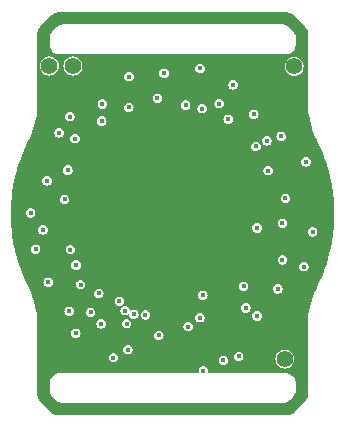
<source format=gbr>
%TF.GenerationSoftware,KiCad,Pcbnew,7.0.9*%
%TF.CreationDate,2023-11-22T13:55:21-05:00*%
%TF.ProjectId,watch,77617463-682e-46b6-9963-61645f706362,rev?*%
%TF.SameCoordinates,Original*%
%TF.FileFunction,Copper,L5,Inr*%
%TF.FilePolarity,Positive*%
%FSLAX45Y45*%
G04 Gerber Fmt 4.5, Leading zero omitted, Abs format (unit mm)*
G04 Created by KiCad (PCBNEW 7.0.9) date 2023-11-22 13:55:21*
%MOMM*%
%LPD*%
G01*
G04 APERTURE LIST*
%TA.AperFunction,ComponentPad*%
%ADD10C,1.400000*%
%TD*%
%TA.AperFunction,ViaPad*%
%ADD11C,0.450000*%
%TD*%
G04 APERTURE END LIST*
D10*
%TO.N,GND*%
%TO.C,TP2*%
X750000Y-1230000D03*
%TO.N,Net-(R13-Pad2)*%
X950000Y-1230000D03*
%TD*%
%TO.N,GND*%
%TO.C,TP4*%
X829000Y1247000D03*
%TO.N,VDD*%
X1029000Y1247000D03*
%TD*%
%TO.N,/SWCLK*%
%TO.C,TP3*%
X-1044000Y1251000D03*
%TO.N,/SWDIO*%
X-844000Y1251000D03*
%TD*%
D11*
%TO.N,GND*%
X-690000Y-597500D03*
X-40000Y-867500D03*
X707500Y-525000D03*
X845000Y-212500D03*
%TO.N,/LED9*%
X600000Y-612500D03*
X255000Y-690000D03*
%TO.N,VDD*%
X230000Y-880000D03*
X470000Y800000D03*
%TO.N,GND*%
X362500Y-797500D03*
%TO.N,/LED6*%
X250000Y890000D03*
X-866000Y-303000D03*
%TO.N,/LED10*%
X810000Y365000D03*
X930000Y-80000D03*
%TO.N,Net-(D51-K)*%
X705000Y570000D03*
X-1097000Y-136000D03*
X955000Y130000D03*
X132500Y-955000D03*
X-128478Y978478D03*
%TO.N,Net-(D53-K)*%
X-600000Y785000D03*
X-780000Y-600000D03*
X620000Y-797500D03*
X797107Y617107D03*
%TO.N,Net-(D55-K)*%
X-887500Y370000D03*
X395000Y932500D03*
X-390000Y-930000D03*
X930000Y-390000D03*
%TO.N,/LED15*%
X-625000Y-675000D03*
X-450000Y-740000D03*
%TO.N,/LED1*%
X-605000Y-932500D03*
X-72500Y1190000D03*
X715000Y-865000D03*
X1129677Y440000D03*
X-1063000Y280000D03*
%TO.N,/LED2*%
X920000Y655000D03*
X890000Y-635000D03*
X-380000Y-1150000D03*
X-1202500Y7500D03*
X-370000Y1160826D03*
%TO.N,/LED3*%
X687500Y842500D03*
X-1160000Y-300000D03*
X-595000Y930000D03*
X-821000Y-1012000D03*
X1110000Y-447500D03*
X-402290Y-820000D03*
%TO.N,/LED4*%
X1185000Y-152500D03*
X430000Y-1240000D03*
X512500Y1092500D03*
X-1054143Y-580000D03*
X-870000Y822500D03*
%TO.N,/LED5*%
X-695000Y-835000D03*
X-875000Y-825000D03*
X-117500Y-1030000D03*
X232500Y1230000D03*
X-818000Y-434000D03*
X-960000Y685000D03*
%TO.N,/LED13*%
X-915000Y122000D03*
X110000Y920000D03*
%TO.N,Net-(D21-A)*%
X-501000Y-1218000D03*
X559000Y-1208000D03*
%TO.N,+BATT*%
X715000Y-120000D03*
X-329000Y-852000D03*
X260000Y-1330000D03*
X-230000Y-855000D03*
%TO.N,/SWDIO*%
X-372000Y900000D03*
%TO.N,/SWCLK*%
X-826000Y636000D03*
%TD*%
%TA.AperFunction,Conductor*%
%TO.N,GND*%
G36*
X970780Y1704950D02*
G01*
X975782Y1704950D01*
X975995Y1704939D01*
X989109Y1703648D01*
X989944Y1703482D01*
X1002247Y1699750D01*
X1003034Y1699424D01*
X1014371Y1693363D01*
X1015080Y1692890D01*
X1025279Y1684519D01*
X1025437Y1684375D01*
X1028831Y1680981D01*
X1028835Y1680978D01*
X1124385Y1585427D01*
X1124529Y1585269D01*
X1132887Y1575083D01*
X1133360Y1574374D01*
X1139420Y1563035D01*
X1139746Y1562248D01*
X1143478Y1549945D01*
X1143644Y1549109D01*
X1144939Y1535954D01*
X1144950Y1535741D01*
X1144950Y1530984D01*
X1144950Y1530982D01*
X1144950Y885502D01*
X1144950Y877946D01*
X1144950Y877945D01*
X1144950Y877945D01*
X1146755Y857910D01*
X1146806Y857343D01*
X1150503Y836992D01*
X1151678Y832740D01*
X1151678Y832739D01*
X1192101Y686428D01*
X1192103Y686421D01*
X1193561Y681140D01*
X1193561Y681140D01*
X1196697Y672344D01*
X1199194Y665338D01*
X1205963Y649988D01*
X1209335Y643640D01*
X1209618Y643109D01*
X1209896Y642585D01*
X1241285Y579631D01*
X1241332Y579529D01*
X1269420Y515103D01*
X1269462Y515000D01*
X1294205Y449214D01*
X1294241Y449108D01*
X1315572Y382137D01*
X1315603Y382031D01*
X1320078Y365000D01*
X1333465Y314055D01*
X1333490Y313947D01*
X1347837Y245142D01*
X1347857Y245033D01*
X1358650Y175581D01*
X1358664Y175470D01*
X1365876Y105557D01*
X1365884Y105445D01*
X1369495Y35253D01*
X1369498Y35142D01*
X1369498Y-35142D01*
X1369495Y-35253D01*
X1365884Y-105445D01*
X1365876Y-105557D01*
X1358664Y-175470D01*
X1358650Y-175581D01*
X1347857Y-245033D01*
X1347837Y-245142D01*
X1333490Y-313947D01*
X1333465Y-314055D01*
X1325608Y-343954D01*
X1316835Y-377344D01*
X1315603Y-382030D01*
X1315572Y-382137D01*
X1294241Y-449108D01*
X1294205Y-449214D01*
X1269462Y-515000D01*
X1269420Y-515103D01*
X1241332Y-579529D01*
X1241285Y-579631D01*
X1209897Y-642582D01*
X1205963Y-649988D01*
X1205963Y-649989D01*
X1205319Y-651450D01*
X1199195Y-665337D01*
X1199194Y-665338D01*
X1194914Y-677344D01*
X1193561Y-681139D01*
X1193561Y-681139D01*
X1192129Y-686323D01*
X1191761Y-687656D01*
X1191491Y-688636D01*
X1191186Y-689738D01*
X1189983Y-694093D01*
X1189982Y-694095D01*
X1154573Y-822262D01*
X1154571Y-822266D01*
X1153728Y-825320D01*
X1153726Y-825322D01*
X1150503Y-836993D01*
X1150503Y-836994D01*
X1150130Y-839046D01*
X1147571Y-853133D01*
X1146806Y-857344D01*
X1144977Y-877656D01*
X1144951Y-877945D01*
X1144950Y-882317D01*
X1144950Y-882321D01*
X1144950Y-888286D01*
X1144950Y-893395D01*
X1144950Y-893396D01*
X1144950Y-1530982D01*
X1144950Y-1530984D01*
X1144950Y-1535782D01*
X1144939Y-1535995D01*
X1143648Y-1549109D01*
X1143482Y-1549944D01*
X1139750Y-1562247D01*
X1139424Y-1563034D01*
X1133363Y-1574371D01*
X1132890Y-1575080D01*
X1124519Y-1585279D01*
X1124376Y-1585437D01*
X1120981Y-1588831D01*
X1120978Y-1588835D01*
X1025427Y-1684385D01*
X1025269Y-1684528D01*
X1015083Y-1692887D01*
X1014374Y-1693360D01*
X1003035Y-1699420D01*
X1002248Y-1699746D01*
X989945Y-1703478D01*
X989109Y-1703644D01*
X975954Y-1704939D01*
X975741Y-1704950D01*
X970780Y-1704950D01*
X970779Y-1704950D01*
X-975781Y-1704950D01*
X-975994Y-1704939D01*
X-989109Y-1703648D01*
X-989944Y-1703482D01*
X-1002247Y-1699750D01*
X-1003034Y-1699424D01*
X-1014373Y-1693363D01*
X-1015081Y-1692890D01*
X-1025268Y-1684529D01*
X-1025426Y-1684386D01*
X-1028716Y-1681097D01*
X-1121097Y-1588716D01*
X-1124385Y-1585427D01*
X-1124528Y-1585269D01*
X-1132890Y-1575081D01*
X-1133363Y-1574373D01*
X-1139424Y-1563034D01*
X-1139750Y-1562247D01*
X-1143482Y-1549944D01*
X-1143648Y-1549109D01*
X-1144940Y-1535994D01*
X-1144950Y-1535781D01*
X-1144950Y-1495589D01*
X-1042550Y-1495589D01*
X-1040579Y-1508034D01*
X-1036685Y-1520018D01*
X-1030965Y-1531245D01*
X-1023559Y-1541438D01*
X-1023076Y-1541921D01*
X-1023076Y-1541921D01*
X-983924Y-1581073D01*
X-983924Y-1581073D01*
X-981438Y-1583559D01*
X-971245Y-1590965D01*
X-960018Y-1596685D01*
X-948034Y-1600579D01*
X-935589Y-1602550D01*
X-935589Y-1602550D01*
X932177Y-1602550D01*
X932186Y-1602549D01*
X935589Y-1602550D01*
X948034Y-1600579D01*
X960017Y-1596685D01*
X971244Y-1590965D01*
X981438Y-1583559D01*
X981921Y-1583076D01*
X981921Y-1583076D01*
X987384Y-1577613D01*
X989259Y-1575739D01*
X989259Y-1575738D01*
X989615Y-1575382D01*
X989616Y-1575381D01*
X1015381Y-1549616D01*
X1015381Y-1549616D01*
X1015738Y-1549259D01*
X1015739Y-1549259D01*
X1017957Y-1547040D01*
X1017958Y-1547039D01*
X1019104Y-1545893D01*
X1023559Y-1541438D01*
X1029515Y-1533241D01*
X1030965Y-1531245D01*
X1030965Y-1531245D01*
X1030965Y-1531245D01*
X1036686Y-1520018D01*
X1040579Y-1508034D01*
X1042550Y-1495589D01*
X1042550Y-1489289D01*
X1042550Y-1484529D01*
X1042550Y-1429716D01*
X1042550Y-1424616D01*
X1042550Y-1424616D01*
X1042550Y-1424615D01*
X1039474Y-1409151D01*
X1039474Y-1409150D01*
X1039474Y-1409150D01*
X1033439Y-1394582D01*
X1024679Y-1381471D01*
X1013529Y-1370321D01*
X1004748Y-1364454D01*
X1000418Y-1361561D01*
X990116Y-1357294D01*
X985850Y-1355526D01*
X985849Y-1355526D01*
X985849Y-1355526D01*
X985849Y-1355526D01*
X970384Y-1352450D01*
X970384Y-1352450D01*
X968117Y-1352450D01*
X301050Y-1352450D01*
X297977Y-1351177D01*
X296705Y-1348105D01*
X297178Y-1346133D01*
X298950Y-1342656D01*
X300954Y-1330000D01*
X298950Y-1317345D01*
X298950Y-1317344D01*
X293133Y-1305928D01*
X284072Y-1296867D01*
X272656Y-1291050D01*
X260000Y-1289046D01*
X260000Y-1289046D01*
X247344Y-1291050D01*
X247344Y-1291050D01*
X235928Y-1296867D01*
X226867Y-1305928D01*
X221050Y-1317344D01*
X221050Y-1317344D01*
X219046Y-1330000D01*
X219046Y-1330000D01*
X221050Y-1342655D01*
X221050Y-1342656D01*
X222822Y-1346132D01*
X223083Y-1349448D01*
X220923Y-1351976D01*
X218950Y-1352450D01*
X-970384Y-1352450D01*
X-985849Y-1355526D01*
X-985849Y-1355526D01*
X-985849Y-1355526D01*
X-985850Y-1355526D01*
X-1000418Y-1361561D01*
X-1013529Y-1370321D01*
X-1024679Y-1381471D01*
X-1033439Y-1394582D01*
X-1039474Y-1409150D01*
X-1040908Y-1416360D01*
X-1042550Y-1424615D01*
X-1042550Y-1424615D01*
X-1042550Y-1424616D01*
X-1042550Y-1426883D01*
X-1042550Y-1484530D01*
X-1042550Y-1489289D01*
X-1042550Y-1495589D01*
X-1144950Y-1495589D01*
X-1144950Y-1218000D01*
X-541954Y-1218000D01*
X-539950Y-1230656D01*
X-534133Y-1242072D01*
X-525072Y-1251133D01*
X-513655Y-1256950D01*
X-503004Y-1258637D01*
X-501000Y-1258954D01*
X-501000Y-1258954D01*
X-501000Y-1258954D01*
X-498995Y-1258637D01*
X-488344Y-1256950D01*
X-488344Y-1256950D01*
X-476928Y-1251133D01*
X-467867Y-1242072D01*
X-466811Y-1240000D01*
X389046Y-1240000D01*
X391050Y-1252656D01*
X391050Y-1252656D01*
X396867Y-1264072D01*
X405928Y-1273133D01*
X417344Y-1278950D01*
X417344Y-1278950D01*
X427618Y-1280577D01*
X430000Y-1280954D01*
X430000Y-1280954D01*
X430000Y-1280954D01*
X431730Y-1280680D01*
X442655Y-1278950D01*
X454072Y-1273133D01*
X463133Y-1264072D01*
X468950Y-1252656D01*
X470954Y-1240000D01*
X468950Y-1227345D01*
X464188Y-1218000D01*
X463133Y-1215928D01*
X455205Y-1208000D01*
X518046Y-1208000D01*
X520050Y-1220656D01*
X520050Y-1220656D01*
X525867Y-1232072D01*
X534928Y-1241133D01*
X536772Y-1242072D01*
X546345Y-1246950D01*
X556618Y-1248577D01*
X559000Y-1248954D01*
X559000Y-1248954D01*
X559000Y-1248954D01*
X560730Y-1248680D01*
X571656Y-1246950D01*
X583072Y-1241133D01*
X592133Y-1232072D01*
X593189Y-1230000D01*
X869282Y-1230000D01*
X871306Y-1247961D01*
X877276Y-1265022D01*
X886027Y-1278950D01*
X886892Y-1280327D01*
X899673Y-1293108D01*
X914978Y-1302724D01*
X932039Y-1308694D01*
X932038Y-1308694D01*
X935342Y-1309066D01*
X950000Y-1310718D01*
X967961Y-1308694D01*
X985022Y-1302724D01*
X1000326Y-1293108D01*
X1013107Y-1280327D01*
X1022724Y-1265022D01*
X1028694Y-1247961D01*
X1030717Y-1230000D01*
X1028694Y-1212039D01*
X1022724Y-1194978D01*
X1013107Y-1179674D01*
X1000326Y-1166893D01*
X1000326Y-1166892D01*
X1000326Y-1166892D01*
X985022Y-1157276D01*
X967961Y-1151306D01*
X967961Y-1151306D01*
X950000Y-1149283D01*
X932039Y-1151306D01*
X914978Y-1157276D01*
X899674Y-1166892D01*
X886892Y-1179674D01*
X877276Y-1194978D01*
X871306Y-1212039D01*
X869282Y-1230000D01*
X593189Y-1230000D01*
X597950Y-1220656D01*
X599954Y-1208000D01*
X597950Y-1195345D01*
X597763Y-1194978D01*
X592133Y-1183928D01*
X583072Y-1174867D01*
X571656Y-1169050D01*
X559000Y-1167046D01*
X559000Y-1167046D01*
X546344Y-1169050D01*
X546344Y-1169050D01*
X534928Y-1174867D01*
X525867Y-1183928D01*
X520050Y-1195344D01*
X520050Y-1195344D01*
X518046Y-1208000D01*
X518046Y-1208000D01*
X455205Y-1208000D01*
X454072Y-1206867D01*
X442656Y-1201050D01*
X430000Y-1199046D01*
X430000Y-1199046D01*
X417344Y-1201050D01*
X417344Y-1201050D01*
X405928Y-1206867D01*
X396867Y-1215928D01*
X391050Y-1227344D01*
X391050Y-1227344D01*
X389046Y-1240000D01*
X389046Y-1240000D01*
X-466811Y-1240000D01*
X-462050Y-1230656D01*
X-462050Y-1230656D01*
X-460046Y-1218000D01*
X-460046Y-1218000D01*
X-462050Y-1205344D01*
X-462050Y-1205344D01*
X-467867Y-1193928D01*
X-476928Y-1184867D01*
X-488344Y-1179050D01*
X-501000Y-1177046D01*
X-501000Y-1177046D01*
X-513655Y-1179050D01*
X-513656Y-1179050D01*
X-525072Y-1184867D01*
X-534133Y-1193928D01*
X-537762Y-1201050D01*
X-539950Y-1205345D01*
X-541954Y-1218000D01*
X-1144950Y-1218000D01*
X-1144950Y-1150000D01*
X-420954Y-1150000D01*
X-418950Y-1162656D01*
X-413133Y-1174072D01*
X-404072Y-1183133D01*
X-392655Y-1188950D01*
X-382004Y-1190637D01*
X-380000Y-1190954D01*
X-380000Y-1190954D01*
X-380000Y-1190954D01*
X-377995Y-1190637D01*
X-367344Y-1188950D01*
X-367344Y-1188950D01*
X-355928Y-1183133D01*
X-346867Y-1174072D01*
X-341050Y-1162656D01*
X-341050Y-1162656D01*
X-339046Y-1150000D01*
X-339046Y-1150000D01*
X-341050Y-1137344D01*
X-341050Y-1137344D01*
X-346867Y-1125928D01*
X-355928Y-1116867D01*
X-367344Y-1111050D01*
X-380000Y-1109046D01*
X-380000Y-1109046D01*
X-392655Y-1111050D01*
X-392656Y-1111050D01*
X-404072Y-1116867D01*
X-404072Y-1116867D01*
X-413133Y-1125928D01*
X-418950Y-1137345D01*
X-420954Y-1150000D01*
X-1144950Y-1150000D01*
X-1144950Y-1012000D01*
X-861954Y-1012000D01*
X-859950Y-1024655D01*
X-854133Y-1036072D01*
X-845072Y-1045133D01*
X-833655Y-1050950D01*
X-823004Y-1052637D01*
X-821000Y-1052954D01*
X-821000Y-1052954D01*
X-821000Y-1052954D01*
X-818995Y-1052637D01*
X-808344Y-1050950D01*
X-808344Y-1050950D01*
X-796928Y-1045133D01*
X-787867Y-1036072D01*
X-784773Y-1030000D01*
X-158454Y-1030000D01*
X-156450Y-1042655D01*
X-150633Y-1054072D01*
X-141572Y-1063133D01*
X-130155Y-1068950D01*
X-119504Y-1070637D01*
X-117500Y-1070954D01*
X-117500Y-1070954D01*
X-117500Y-1070954D01*
X-115495Y-1070637D01*
X-104844Y-1068950D01*
X-104844Y-1068950D01*
X-93428Y-1063133D01*
X-84367Y-1054072D01*
X-78550Y-1042656D01*
X-78550Y-1042655D01*
X-76546Y-1030000D01*
X-76546Y-1030000D01*
X-78550Y-1017344D01*
X-78550Y-1017344D01*
X-84367Y-1005928D01*
X-93428Y-996867D01*
X-104844Y-991050D01*
X-117500Y-989046D01*
X-117500Y-989046D01*
X-130155Y-991050D01*
X-130156Y-991050D01*
X-141572Y-996867D01*
X-141572Y-996867D01*
X-150633Y-1005928D01*
X-156450Y-1017344D01*
X-158454Y-1030000D01*
X-784773Y-1030000D01*
X-782050Y-1024656D01*
X-782050Y-1024655D01*
X-780046Y-1012000D01*
X-780046Y-1012000D01*
X-782050Y-999344D01*
X-782050Y-999344D01*
X-787867Y-987928D01*
X-796928Y-978867D01*
X-808344Y-973050D01*
X-821000Y-971046D01*
X-821000Y-971046D01*
X-833655Y-973050D01*
X-833656Y-973050D01*
X-845072Y-978867D01*
X-854133Y-987928D01*
X-859950Y-999344D01*
X-859950Y-999344D01*
X-861954Y-1012000D01*
X-1144950Y-1012000D01*
X-1144950Y-932500D01*
X-645954Y-932500D01*
X-643950Y-945155D01*
X-638133Y-956572D01*
X-629072Y-965633D01*
X-617656Y-971450D01*
X-607551Y-973050D01*
X-605000Y-973454D01*
X-605000Y-973454D01*
X-605000Y-973454D01*
X-602449Y-973050D01*
X-592345Y-971450D01*
X-592344Y-971450D01*
X-580928Y-965633D01*
X-571867Y-956572D01*
X-566050Y-945156D01*
X-566050Y-945155D01*
X-564046Y-932500D01*
X-564046Y-932500D01*
X-564442Y-930000D01*
X-430954Y-930000D01*
X-428950Y-942655D01*
X-423133Y-954072D01*
X-414072Y-963133D01*
X-402655Y-968950D01*
X-392004Y-970637D01*
X-390000Y-970954D01*
X-390000Y-970954D01*
X-390000Y-970954D01*
X-387995Y-970637D01*
X-377344Y-968950D01*
X-377344Y-968950D01*
X-365928Y-963133D01*
X-357795Y-955000D01*
X91546Y-955000D01*
X93550Y-967655D01*
X93550Y-967656D01*
X99367Y-979072D01*
X108428Y-988133D01*
X119844Y-993950D01*
X119844Y-993950D01*
X130118Y-995577D01*
X132500Y-995954D01*
X132500Y-995954D01*
X132500Y-995954D01*
X134230Y-995680D01*
X145156Y-993950D01*
X156572Y-988133D01*
X165633Y-979072D01*
X171450Y-967655D01*
X173454Y-955000D01*
X171450Y-942344D01*
X171450Y-942344D01*
X165633Y-930928D01*
X156572Y-921867D01*
X145156Y-916050D01*
X132500Y-914046D01*
X132500Y-914046D01*
X119844Y-916050D01*
X119844Y-916050D01*
X108428Y-921867D01*
X99367Y-930928D01*
X93550Y-942344D01*
X93550Y-942344D01*
X91546Y-955000D01*
X91546Y-955000D01*
X-357795Y-955000D01*
X-356867Y-954072D01*
X-351050Y-942656D01*
X-351050Y-942655D01*
X-349046Y-930000D01*
X-349046Y-930000D01*
X-351050Y-917344D01*
X-351050Y-917344D01*
X-356867Y-905928D01*
X-365928Y-896867D01*
X-377344Y-891050D01*
X-390000Y-889046D01*
X-390000Y-889046D01*
X-402655Y-891050D01*
X-402656Y-891050D01*
X-414072Y-896867D01*
X-423133Y-905928D01*
X-424406Y-908428D01*
X-428950Y-917344D01*
X-430954Y-930000D01*
X-564442Y-930000D01*
X-566050Y-919844D01*
X-566050Y-919844D01*
X-571867Y-908428D01*
X-580928Y-899367D01*
X-592344Y-893550D01*
X-605000Y-891546D01*
X-605000Y-891546D01*
X-617656Y-893550D01*
X-617656Y-893550D01*
X-629072Y-899367D01*
X-638133Y-908428D01*
X-640995Y-914046D01*
X-643950Y-919844D01*
X-645954Y-932500D01*
X-1144950Y-932500D01*
X-1144950Y-885407D01*
X-1144950Y-885405D01*
X-1144950Y-877945D01*
X-1144977Y-877656D01*
X-1146755Y-857909D01*
X-1146807Y-857343D01*
X-1150503Y-836993D01*
X-1151698Y-832669D01*
X-1151698Y-832667D01*
X-1153266Y-826993D01*
X-1153266Y-826991D01*
X-1153816Y-825000D01*
X-915954Y-825000D01*
X-913950Y-837655D01*
X-908133Y-849072D01*
X-899072Y-858133D01*
X-887655Y-863950D01*
X-877004Y-865637D01*
X-875000Y-865954D01*
X-875000Y-865954D01*
X-875000Y-865954D01*
X-872995Y-865637D01*
X-862344Y-863950D01*
X-862344Y-863950D01*
X-850928Y-858133D01*
X-841867Y-849072D01*
X-836050Y-837656D01*
X-836050Y-837655D01*
X-835630Y-835000D01*
X-735954Y-835000D01*
X-733950Y-847655D01*
X-728133Y-859072D01*
X-719072Y-868133D01*
X-707655Y-873950D01*
X-697005Y-875637D01*
X-695000Y-875954D01*
X-695000Y-875954D01*
X-695000Y-875954D01*
X-692996Y-875637D01*
X-682345Y-873950D01*
X-682344Y-873950D01*
X-670928Y-868133D01*
X-661867Y-859072D01*
X-656050Y-847656D01*
X-656050Y-847655D01*
X-654046Y-835000D01*
X-654046Y-835000D01*
X-656050Y-822344D01*
X-656050Y-822344D01*
X-657245Y-820000D01*
X-443244Y-820000D01*
X-441240Y-832655D01*
X-435422Y-844072D01*
X-426362Y-853133D01*
X-414945Y-858950D01*
X-404294Y-860637D01*
X-402290Y-860954D01*
X-402290Y-860954D01*
X-402290Y-860954D01*
X-400285Y-860637D01*
X-389634Y-858950D01*
X-389634Y-858950D01*
X-378218Y-853133D01*
X-376959Y-851874D01*
X-373887Y-850601D01*
X-370814Y-851874D01*
X-369595Y-854266D01*
X-367950Y-864655D01*
X-362133Y-876072D01*
X-353072Y-885133D01*
X-341656Y-890950D01*
X-331005Y-892637D01*
X-329000Y-892954D01*
X-329000Y-892954D01*
X-329000Y-892954D01*
X-326996Y-892637D01*
X-316345Y-890950D01*
X-316344Y-890950D01*
X-304928Y-885133D01*
X-295867Y-876072D01*
X-290050Y-864656D01*
X-290050Y-864655D01*
X-288521Y-855000D01*
X-270954Y-855000D01*
X-268950Y-867655D01*
X-263133Y-879072D01*
X-254072Y-888133D01*
X-242655Y-893950D01*
X-232004Y-895637D01*
X-230000Y-895954D01*
X-230000Y-895954D01*
X-230000Y-895954D01*
X-227995Y-895637D01*
X-217344Y-893950D01*
X-217344Y-893950D01*
X-205928Y-888133D01*
X-197795Y-880000D01*
X189046Y-880000D01*
X191050Y-892655D01*
X191050Y-892656D01*
X196867Y-904072D01*
X205928Y-913133D01*
X214194Y-917344D01*
X217344Y-918950D01*
X227618Y-920577D01*
X230000Y-920954D01*
X230000Y-920954D01*
X230000Y-920954D01*
X231730Y-920680D01*
X242655Y-918950D01*
X254072Y-913133D01*
X263133Y-904072D01*
X268950Y-892655D01*
X270954Y-880000D01*
X268950Y-867344D01*
X267755Y-865000D01*
X674046Y-865000D01*
X676050Y-877655D01*
X676050Y-877656D01*
X681867Y-889072D01*
X690928Y-898133D01*
X702344Y-903950D01*
X702344Y-903950D01*
X712618Y-905577D01*
X715000Y-905954D01*
X715000Y-905954D01*
X715000Y-905954D01*
X716730Y-905680D01*
X727655Y-903950D01*
X739072Y-898133D01*
X748133Y-889072D01*
X753950Y-877655D01*
X755954Y-865000D01*
X755900Y-864655D01*
X755313Y-860954D01*
X753950Y-852344D01*
X749735Y-844072D01*
X748133Y-840928D01*
X739072Y-831867D01*
X727656Y-826050D01*
X715000Y-824046D01*
X715000Y-824046D01*
X702344Y-826050D01*
X702344Y-826050D01*
X690928Y-831867D01*
X681867Y-840928D01*
X676050Y-852344D01*
X676050Y-852344D01*
X674046Y-865000D01*
X674046Y-865000D01*
X267755Y-865000D01*
X267220Y-863950D01*
X263133Y-855928D01*
X254072Y-846867D01*
X242656Y-841050D01*
X230000Y-839046D01*
X230000Y-839046D01*
X217344Y-841050D01*
X217344Y-841050D01*
X205928Y-846867D01*
X196867Y-855928D01*
X191050Y-867344D01*
X191050Y-867344D01*
X189046Y-880000D01*
X189046Y-880000D01*
X-197795Y-880000D01*
X-196867Y-879072D01*
X-191050Y-867656D01*
X-191050Y-867655D01*
X-189046Y-855000D01*
X-189046Y-855000D01*
X-191050Y-842344D01*
X-191050Y-842344D01*
X-196867Y-830928D01*
X-205928Y-821867D01*
X-217344Y-816050D01*
X-230000Y-814046D01*
X-230000Y-814046D01*
X-242655Y-816050D01*
X-242656Y-816050D01*
X-254072Y-821867D01*
X-263133Y-830928D01*
X-268290Y-841050D01*
X-268950Y-842344D01*
X-270954Y-855000D01*
X-288521Y-855000D01*
X-288046Y-852000D01*
X-288046Y-852000D01*
X-290050Y-839344D01*
X-290050Y-839344D01*
X-295867Y-827928D01*
X-304928Y-818867D01*
X-316344Y-813050D01*
X-329000Y-811046D01*
X-329000Y-811046D01*
X-341656Y-813050D01*
X-341656Y-813050D01*
X-353072Y-818867D01*
X-354331Y-820126D01*
X-357403Y-821398D01*
X-360476Y-820126D01*
X-361695Y-817733D01*
X-363340Y-807344D01*
X-363340Y-807344D01*
X-368356Y-797500D01*
X579046Y-797500D01*
X581050Y-810155D01*
X581050Y-810156D01*
X586867Y-821572D01*
X595928Y-830633D01*
X599924Y-832669D01*
X607345Y-836450D01*
X617618Y-838077D01*
X620000Y-838454D01*
X620000Y-838454D01*
X620000Y-838454D01*
X621730Y-838180D01*
X632656Y-836450D01*
X644072Y-830633D01*
X653133Y-821572D01*
X658950Y-810155D01*
X660954Y-797500D01*
X658950Y-784844D01*
X653133Y-773428D01*
X644072Y-764367D01*
X644072Y-764367D01*
X632656Y-758550D01*
X620000Y-756546D01*
X620000Y-756546D01*
X607344Y-758550D01*
X607344Y-758550D01*
X595928Y-764367D01*
X586867Y-773428D01*
X581050Y-784844D01*
X581050Y-784844D01*
X579046Y-797500D01*
X579046Y-797500D01*
X-368356Y-797500D01*
X-369157Y-795928D01*
X-378218Y-786867D01*
X-389634Y-781050D01*
X-402290Y-779046D01*
X-402290Y-779046D01*
X-414945Y-781050D01*
X-414945Y-781050D01*
X-426362Y-786867D01*
X-435423Y-795928D01*
X-437970Y-800928D01*
X-441240Y-807344D01*
X-443244Y-820000D01*
X-657245Y-820000D01*
X-661867Y-810928D01*
X-670928Y-801867D01*
X-682344Y-796050D01*
X-695000Y-794046D01*
X-695000Y-794046D01*
X-707655Y-796050D01*
X-707656Y-796050D01*
X-719072Y-801867D01*
X-719072Y-801867D01*
X-728133Y-810928D01*
X-733950Y-822344D01*
X-735954Y-835000D01*
X-835630Y-835000D01*
X-834046Y-825000D01*
X-834046Y-825000D01*
X-836050Y-812344D01*
X-836050Y-812344D01*
X-841867Y-800928D01*
X-850928Y-791867D01*
X-862344Y-786050D01*
X-875000Y-784046D01*
X-875000Y-784046D01*
X-887655Y-786050D01*
X-887656Y-786050D01*
X-899072Y-791867D01*
X-908133Y-800928D01*
X-913288Y-811046D01*
X-913950Y-812344D01*
X-915954Y-825000D01*
X-1153816Y-825000D01*
X-1154102Y-823967D01*
X-1154525Y-822436D01*
X-1154525Y-822436D01*
X-1177300Y-740000D01*
X-490954Y-740000D01*
X-488950Y-752655D01*
X-483133Y-764072D01*
X-474072Y-773133D01*
X-462655Y-778950D01*
X-452004Y-780637D01*
X-450000Y-780954D01*
X-450000Y-780954D01*
X-450000Y-780954D01*
X-447995Y-780637D01*
X-437344Y-778950D01*
X-437344Y-778950D01*
X-425928Y-773133D01*
X-416867Y-764072D01*
X-411050Y-752656D01*
X-411050Y-752655D01*
X-409046Y-740000D01*
X-409046Y-740000D01*
X-411050Y-727344D01*
X-411050Y-727344D01*
X-416867Y-715928D01*
X-425928Y-706867D01*
X-437344Y-701050D01*
X-450000Y-699046D01*
X-450000Y-699046D01*
X-462655Y-701050D01*
X-462656Y-701050D01*
X-474072Y-706867D01*
X-483133Y-715928D01*
X-486804Y-723133D01*
X-488950Y-727344D01*
X-490954Y-740000D01*
X-1177300Y-740000D01*
X-1181960Y-723133D01*
X-1190003Y-694020D01*
X-1190004Y-694018D01*
X-1191328Y-689225D01*
X-1191490Y-688636D01*
X-1191531Y-688489D01*
X-1193347Y-681913D01*
X-1193561Y-681140D01*
X-1193561Y-681140D01*
X-1193561Y-681139D01*
X-1195750Y-675000D01*
X-665954Y-675000D01*
X-663950Y-687656D01*
X-658133Y-699072D01*
X-649072Y-708133D01*
X-637656Y-713950D01*
X-627005Y-715637D01*
X-625000Y-715954D01*
X-625000Y-715954D01*
X-625000Y-715954D01*
X-622996Y-715637D01*
X-612345Y-713950D01*
X-612344Y-713950D01*
X-600928Y-708133D01*
X-591867Y-699072D01*
X-587245Y-690000D01*
X214046Y-690000D01*
X216050Y-702655D01*
X216050Y-702656D01*
X221867Y-714072D01*
X230928Y-723133D01*
X239194Y-727344D01*
X242344Y-728950D01*
X252618Y-730577D01*
X255000Y-730954D01*
X255000Y-730954D01*
X255000Y-730954D01*
X256730Y-730680D01*
X267656Y-728950D01*
X279072Y-723133D01*
X288133Y-714072D01*
X293950Y-702655D01*
X295954Y-690000D01*
X293950Y-677345D01*
X292220Y-673950D01*
X288133Y-665928D01*
X279072Y-656867D01*
X267656Y-651050D01*
X255000Y-649046D01*
X255000Y-649046D01*
X242344Y-651050D01*
X242344Y-651050D01*
X230928Y-656867D01*
X221867Y-665928D01*
X216050Y-677344D01*
X216050Y-677344D01*
X214046Y-690000D01*
X214046Y-690000D01*
X-587245Y-690000D01*
X-586050Y-687656D01*
X-586050Y-687656D01*
X-584046Y-675000D01*
X-584046Y-675000D01*
X-586050Y-662344D01*
X-586050Y-662344D01*
X-591867Y-650928D01*
X-600928Y-641867D01*
X-612344Y-636050D01*
X-625000Y-634046D01*
X-625000Y-634046D01*
X-637656Y-636050D01*
X-637656Y-636050D01*
X-649072Y-641867D01*
X-658133Y-650928D01*
X-661159Y-656867D01*
X-663950Y-662345D01*
X-665954Y-675000D01*
X-1195750Y-675000D01*
X-1199194Y-665338D01*
X-1199194Y-665338D01*
X-1199194Y-665337D01*
X-1199194Y-665337D01*
X-1199194Y-665337D01*
X-1202929Y-656867D01*
X-1205963Y-649989D01*
X-1208277Y-645633D01*
X-1209862Y-642649D01*
X-1209928Y-642513D01*
X-1209936Y-642495D01*
X-1209966Y-642445D01*
X-1241100Y-580000D01*
X-1095098Y-580000D01*
X-1093093Y-592656D01*
X-1087276Y-604072D01*
X-1078216Y-613133D01*
X-1066799Y-618950D01*
X-1056148Y-620637D01*
X-1054144Y-620954D01*
X-1054143Y-620954D01*
X-1054143Y-620954D01*
X-1052139Y-620637D01*
X-1041488Y-618950D01*
X-1041488Y-618950D01*
X-1030071Y-613133D01*
X-1021011Y-604072D01*
X-1018936Y-600000D01*
X-820954Y-600000D01*
X-818950Y-612656D01*
X-813133Y-624072D01*
X-804072Y-633133D01*
X-792655Y-638950D01*
X-782004Y-640637D01*
X-780000Y-640954D01*
X-780000Y-640954D01*
X-780000Y-640954D01*
X-777995Y-640637D01*
X-767344Y-638950D01*
X-767344Y-638950D01*
X-755928Y-633133D01*
X-746867Y-624072D01*
X-741050Y-612656D01*
X-741050Y-612656D01*
X-741026Y-612500D01*
X559046Y-612500D01*
X561050Y-625156D01*
X561050Y-625156D01*
X566867Y-636572D01*
X575928Y-645633D01*
X584478Y-649989D01*
X587345Y-651450D01*
X597618Y-653077D01*
X600000Y-653454D01*
X600000Y-653454D01*
X600000Y-653454D01*
X601730Y-653180D01*
X612656Y-651450D01*
X624072Y-645633D01*
X633133Y-636572D01*
X633934Y-635000D01*
X849046Y-635000D01*
X851050Y-647656D01*
X851050Y-647656D01*
X856867Y-659072D01*
X865928Y-668133D01*
X877344Y-673950D01*
X877344Y-673950D01*
X887618Y-675577D01*
X890000Y-675954D01*
X890000Y-675954D01*
X890000Y-675954D01*
X891730Y-675680D01*
X902655Y-673950D01*
X914072Y-668133D01*
X923133Y-659072D01*
X928950Y-647656D01*
X930954Y-635000D01*
X928950Y-622345D01*
X927220Y-618950D01*
X923133Y-610928D01*
X914072Y-601867D01*
X902656Y-596050D01*
X890000Y-594046D01*
X890000Y-594046D01*
X877344Y-596050D01*
X877344Y-596050D01*
X865928Y-601867D01*
X856867Y-610928D01*
X851050Y-622344D01*
X851050Y-622344D01*
X849046Y-635000D01*
X849046Y-635000D01*
X633934Y-635000D01*
X638950Y-625156D01*
X640954Y-612500D01*
X638950Y-599845D01*
X635995Y-594046D01*
X633133Y-588428D01*
X624072Y-579367D01*
X612656Y-573550D01*
X600000Y-571546D01*
X600000Y-571546D01*
X587344Y-573550D01*
X587344Y-573550D01*
X575928Y-579367D01*
X566867Y-588428D01*
X561050Y-599844D01*
X561050Y-599844D01*
X559046Y-612500D01*
X559046Y-612500D01*
X-741026Y-612500D01*
X-739046Y-600000D01*
X-739046Y-600000D01*
X-741050Y-587344D01*
X-741050Y-587344D01*
X-746867Y-575928D01*
X-755928Y-566867D01*
X-767344Y-561050D01*
X-780000Y-559046D01*
X-780000Y-559046D01*
X-792655Y-561050D01*
X-792656Y-561050D01*
X-804072Y-566867D01*
X-813133Y-575928D01*
X-815019Y-579631D01*
X-818950Y-587345D01*
X-820329Y-596050D01*
X-820929Y-599844D01*
X-820954Y-600000D01*
X-1018936Y-600000D01*
X-1015194Y-592656D01*
X-1015194Y-592656D01*
X-1013189Y-580000D01*
X-1013189Y-580000D01*
X-1015194Y-567344D01*
X-1015194Y-567344D01*
X-1021011Y-555928D01*
X-1030071Y-546867D01*
X-1041488Y-541050D01*
X-1054143Y-539046D01*
X-1054144Y-539046D01*
X-1066799Y-541050D01*
X-1066799Y-541050D01*
X-1078216Y-546867D01*
X-1078216Y-546867D01*
X-1087276Y-555928D01*
X-1093093Y-567345D01*
X-1094453Y-575928D01*
X-1095023Y-579529D01*
X-1095098Y-580000D01*
X-1241100Y-580000D01*
X-1241285Y-579630D01*
X-1241332Y-579529D01*
X-1269420Y-515103D01*
X-1269462Y-515000D01*
X-1294205Y-449214D01*
X-1294241Y-449108D01*
X-1299053Y-434000D01*
X-858954Y-434000D01*
X-856950Y-446655D01*
X-851133Y-458072D01*
X-842072Y-467133D01*
X-830655Y-472950D01*
X-820004Y-474637D01*
X-818000Y-474954D01*
X-818000Y-474954D01*
X-818000Y-474954D01*
X-815995Y-474637D01*
X-805344Y-472950D01*
X-805344Y-472950D01*
X-793928Y-467133D01*
X-784867Y-458072D01*
X-779480Y-447500D01*
X1069046Y-447500D01*
X1071050Y-460155D01*
X1071050Y-460156D01*
X1076867Y-471572D01*
X1085928Y-480633D01*
X1097344Y-486450D01*
X1097345Y-486450D01*
X1107618Y-488077D01*
X1110000Y-488454D01*
X1110000Y-488454D01*
X1110000Y-488454D01*
X1111730Y-488180D01*
X1122656Y-486450D01*
X1134072Y-480633D01*
X1143133Y-471572D01*
X1148950Y-460155D01*
X1150954Y-447500D01*
X1150820Y-446655D01*
X1150637Y-445495D01*
X1148950Y-434844D01*
X1143133Y-423428D01*
X1134072Y-414367D01*
X1134072Y-414367D01*
X1122656Y-408550D01*
X1110000Y-406546D01*
X1110000Y-406546D01*
X1097344Y-408550D01*
X1097344Y-408550D01*
X1085928Y-414367D01*
X1076867Y-423428D01*
X1071050Y-434844D01*
X1071050Y-434844D01*
X1069046Y-447500D01*
X1069046Y-447500D01*
X-779480Y-447500D01*
X-779050Y-446656D01*
X-779050Y-446655D01*
X-777046Y-434000D01*
X-777046Y-434000D01*
X-779050Y-421344D01*
X-779050Y-421344D01*
X-784867Y-409928D01*
X-793928Y-400867D01*
X-805344Y-395050D01*
X-818000Y-393046D01*
X-818000Y-393046D01*
X-830655Y-395050D01*
X-830656Y-395050D01*
X-842072Y-400867D01*
X-842072Y-400867D01*
X-851133Y-409928D01*
X-856950Y-421344D01*
X-858954Y-434000D01*
X-1299053Y-434000D01*
X-1313068Y-390000D01*
X889046Y-390000D01*
X891050Y-402655D01*
X891050Y-402656D01*
X896867Y-414072D01*
X905928Y-423133D01*
X917344Y-428950D01*
X917344Y-428950D01*
X927618Y-430577D01*
X930000Y-430954D01*
X930000Y-430954D01*
X930000Y-430954D01*
X931730Y-430680D01*
X942655Y-428950D01*
X954072Y-423133D01*
X963133Y-414072D01*
X968950Y-402655D01*
X970954Y-390000D01*
X968950Y-377344D01*
X963133Y-365928D01*
X954072Y-356867D01*
X954072Y-356867D01*
X942656Y-351050D01*
X930000Y-349046D01*
X930000Y-349046D01*
X917344Y-351050D01*
X917344Y-351050D01*
X905928Y-356867D01*
X896867Y-365928D01*
X891050Y-377344D01*
X891050Y-377344D01*
X889046Y-390000D01*
X889046Y-390000D01*
X-1313068Y-390000D01*
X-1315572Y-382137D01*
X-1315603Y-382030D01*
X-1316835Y-377344D01*
X-1325608Y-343954D01*
X-1333465Y-314055D01*
X-1333490Y-313947D01*
X-1336398Y-300000D01*
X-1200954Y-300000D01*
X-1198950Y-312656D01*
X-1193133Y-324072D01*
X-1184072Y-333133D01*
X-1172656Y-338950D01*
X-1162005Y-340637D01*
X-1160000Y-340954D01*
X-1160000Y-340954D01*
X-1160000Y-340954D01*
X-1157996Y-340637D01*
X-1147345Y-338950D01*
X-1147344Y-338950D01*
X-1135928Y-333133D01*
X-1126867Y-324072D01*
X-1121050Y-312656D01*
X-1121050Y-312656D01*
X-1119521Y-303000D01*
X-906954Y-303000D01*
X-904950Y-315656D01*
X-899133Y-327072D01*
X-890072Y-336133D01*
X-878655Y-341950D01*
X-868004Y-343637D01*
X-866000Y-343954D01*
X-866000Y-343954D01*
X-866000Y-343954D01*
X-863995Y-343637D01*
X-853344Y-341950D01*
X-853344Y-341950D01*
X-841928Y-336133D01*
X-832867Y-327072D01*
X-827050Y-315656D01*
X-827050Y-315656D01*
X-825046Y-303000D01*
X-825046Y-303000D01*
X-827050Y-290344D01*
X-827050Y-290344D01*
X-832867Y-278928D01*
X-841928Y-269867D01*
X-853344Y-264050D01*
X-866000Y-262046D01*
X-866000Y-262046D01*
X-878655Y-264050D01*
X-878656Y-264050D01*
X-890072Y-269867D01*
X-890072Y-269867D01*
X-899133Y-278928D01*
X-904950Y-290345D01*
X-906954Y-303000D01*
X-1119521Y-303000D01*
X-1119046Y-300000D01*
X-1119046Y-300000D01*
X-1121050Y-287344D01*
X-1121050Y-287344D01*
X-1126867Y-275928D01*
X-1135928Y-266867D01*
X-1147344Y-261050D01*
X-1160000Y-259046D01*
X-1160000Y-259046D01*
X-1172656Y-261050D01*
X-1172656Y-261050D01*
X-1184072Y-266867D01*
X-1193133Y-275928D01*
X-1198950Y-287344D01*
X-1198950Y-287345D01*
X-1200954Y-300000D01*
X-1336398Y-300000D01*
X-1347837Y-245142D01*
X-1347857Y-245033D01*
X-1358650Y-175581D01*
X-1358664Y-175470D01*
X-1362736Y-136000D01*
X-1137954Y-136000D01*
X-1135950Y-148656D01*
X-1130133Y-160072D01*
X-1121072Y-169133D01*
X-1109656Y-174950D01*
X-1099005Y-176637D01*
X-1097000Y-176954D01*
X-1097000Y-176954D01*
X-1097000Y-176954D01*
X-1094996Y-176637D01*
X-1084345Y-174950D01*
X-1084344Y-174950D01*
X-1072928Y-169133D01*
X-1063867Y-160072D01*
X-1058050Y-148656D01*
X-1058050Y-148656D01*
X-1056046Y-136000D01*
X-1056046Y-136000D01*
X-1058050Y-123344D01*
X-1058050Y-123344D01*
X-1059754Y-120000D01*
X674046Y-120000D01*
X676050Y-132656D01*
X676050Y-132656D01*
X681867Y-144072D01*
X690928Y-153133D01*
X702344Y-158950D01*
X702344Y-158950D01*
X712618Y-160577D01*
X715000Y-160954D01*
X715000Y-160954D01*
X715000Y-160954D01*
X716730Y-160680D01*
X727655Y-158950D01*
X739072Y-153133D01*
X739705Y-152500D01*
X1144046Y-152500D01*
X1146050Y-165156D01*
X1146050Y-165156D01*
X1151867Y-176572D01*
X1160928Y-185633D01*
X1172344Y-191450D01*
X1172345Y-191450D01*
X1182618Y-193077D01*
X1185000Y-193454D01*
X1185000Y-193454D01*
X1185000Y-193454D01*
X1186730Y-193180D01*
X1197656Y-191450D01*
X1209072Y-185633D01*
X1218133Y-176572D01*
X1223950Y-165156D01*
X1225954Y-152500D01*
X1223950Y-139845D01*
X1221991Y-136000D01*
X1218133Y-128428D01*
X1209072Y-119367D01*
X1197656Y-113550D01*
X1185000Y-111546D01*
X1185000Y-111546D01*
X1172344Y-113550D01*
X1172344Y-113550D01*
X1160928Y-119367D01*
X1151867Y-128428D01*
X1146050Y-139844D01*
X1146050Y-139844D01*
X1144046Y-152500D01*
X1144046Y-152500D01*
X739705Y-152500D01*
X748133Y-144072D01*
X753950Y-132656D01*
X755954Y-120000D01*
X753950Y-107344D01*
X751668Y-102867D01*
X748133Y-95928D01*
X739072Y-86867D01*
X727656Y-81050D01*
X721025Y-80000D01*
X889046Y-80000D01*
X891050Y-92655D01*
X891050Y-92656D01*
X896867Y-104072D01*
X905928Y-113133D01*
X917344Y-118950D01*
X917344Y-118950D01*
X927618Y-120577D01*
X930000Y-120954D01*
X930000Y-120954D01*
X930000Y-120954D01*
X931730Y-120680D01*
X942655Y-118950D01*
X954072Y-113133D01*
X963133Y-104072D01*
X968950Y-92655D01*
X970954Y-80000D01*
X968950Y-67345D01*
X963133Y-55928D01*
X954072Y-46867D01*
X954072Y-46867D01*
X942656Y-41050D01*
X930000Y-39046D01*
X930000Y-39046D01*
X917344Y-41050D01*
X917344Y-41050D01*
X905928Y-46867D01*
X896867Y-55928D01*
X891050Y-67344D01*
X891050Y-67344D01*
X889046Y-80000D01*
X889046Y-80000D01*
X721025Y-80000D01*
X715000Y-79046D01*
X715000Y-79046D01*
X702344Y-81050D01*
X702344Y-81050D01*
X690928Y-86867D01*
X681867Y-95928D01*
X676050Y-107344D01*
X676050Y-107344D01*
X674046Y-120000D01*
X674046Y-120000D01*
X-1059754Y-120000D01*
X-1063867Y-111928D01*
X-1072928Y-102867D01*
X-1084344Y-97050D01*
X-1097000Y-95046D01*
X-1097000Y-95046D01*
X-1109656Y-97050D01*
X-1109656Y-97050D01*
X-1121072Y-102867D01*
X-1130133Y-111928D01*
X-1134246Y-120000D01*
X-1135950Y-123344D01*
X-1137954Y-136000D01*
X-1362736Y-136000D01*
X-1365876Y-105557D01*
X-1365884Y-105445D01*
X-1369495Y-35253D01*
X-1369498Y-35142D01*
X-1369498Y7500D01*
X-1243454Y7500D01*
X-1241450Y-5156D01*
X-1235633Y-16572D01*
X-1226572Y-25633D01*
X-1215156Y-31450D01*
X-1204505Y-33137D01*
X-1202500Y-33454D01*
X-1202500Y-33454D01*
X-1202500Y-33454D01*
X-1200496Y-33137D01*
X-1189845Y-31450D01*
X-1189844Y-31450D01*
X-1178428Y-25633D01*
X-1169367Y-16572D01*
X-1163550Y-5156D01*
X-1163550Y-5156D01*
X-1161546Y7500D01*
X-1161546Y7500D01*
X-1163550Y20156D01*
X-1163550Y20156D01*
X-1169367Y31572D01*
X-1178428Y40633D01*
X-1189844Y46450D01*
X-1189845Y46450D01*
X-1200118Y48077D01*
X-1202500Y48454D01*
X-1202500Y48454D01*
X-1204230Y48180D01*
X-1215156Y46450D01*
X-1226572Y40633D01*
X-1235633Y31572D01*
X-1241450Y20156D01*
X-1243454Y7500D01*
X-1369498Y7500D01*
X-1369498Y35142D01*
X-1369495Y35253D01*
X-1365884Y105445D01*
X-1365876Y105557D01*
X-1364180Y122000D01*
X-955954Y122000D01*
X-953950Y109344D01*
X-953950Y109344D01*
X-953950Y109344D01*
X-948133Y97928D01*
X-939072Y88867D01*
X-927656Y83050D01*
X-915000Y81046D01*
X-915000Y81046D01*
X-915000Y81046D01*
X-902344Y83050D01*
X-902344Y83050D01*
X-890928Y88867D01*
X-881867Y97928D01*
X-876050Y109344D01*
X-876050Y109344D01*
X-874046Y122000D01*
X-874046Y122000D01*
X-875313Y130000D01*
X914046Y130000D01*
X916050Y117344D01*
X916050Y117344D01*
X921867Y105928D01*
X930928Y96867D01*
X942344Y91050D01*
X955000Y89046D01*
X955000Y89046D01*
X955000Y89046D01*
X967655Y91050D01*
X967656Y91050D01*
X979072Y96867D01*
X988133Y105928D01*
X993950Y117344D01*
X993950Y117344D01*
X993950Y117344D01*
X995954Y130000D01*
X993950Y142656D01*
X988133Y154072D01*
X979072Y163133D01*
X967655Y168950D01*
X957004Y170637D01*
X955000Y170954D01*
X955000Y170954D01*
X952995Y170637D01*
X942344Y168950D01*
X942344Y168950D01*
X930928Y163133D01*
X921867Y154072D01*
X916050Y142656D01*
X916050Y142656D01*
X914046Y130000D01*
X914046Y130000D01*
X-875313Y130000D01*
X-876050Y134656D01*
X-876050Y134656D01*
X-881867Y146072D01*
X-890928Y155133D01*
X-902344Y160950D01*
X-902344Y160950D01*
X-912618Y162577D01*
X-915000Y162954D01*
X-915000Y162954D01*
X-916730Y162680D01*
X-927655Y160950D01*
X-939072Y155133D01*
X-948133Y146072D01*
X-953950Y134656D01*
X-955954Y122000D01*
X-1364180Y122000D01*
X-1358664Y175470D01*
X-1358650Y175581D01*
X-1347857Y245033D01*
X-1347837Y245142D01*
X-1340569Y280000D01*
X-1103954Y280000D01*
X-1101950Y267345D01*
X-1101950Y267344D01*
X-1101950Y267344D01*
X-1096133Y255928D01*
X-1087072Y246867D01*
X-1075656Y241050D01*
X-1063000Y239046D01*
X-1063000Y239046D01*
X-1063000Y239046D01*
X-1050344Y241050D01*
X-1050344Y241050D01*
X-1038928Y246867D01*
X-1029867Y255928D01*
X-1024050Y267344D01*
X-1024050Y267344D01*
X-1022046Y280000D01*
X-1022046Y280000D01*
X-1024050Y292656D01*
X-1024050Y292656D01*
X-1029867Y304072D01*
X-1038928Y313133D01*
X-1050344Y318950D01*
X-1050345Y318950D01*
X-1060618Y320577D01*
X-1063000Y320954D01*
X-1063000Y320954D01*
X-1064730Y320680D01*
X-1075656Y318950D01*
X-1087072Y313133D01*
X-1096133Y304072D01*
X-1101950Y292656D01*
X-1103954Y280000D01*
X-1340569Y280000D01*
X-1333490Y313947D01*
X-1333465Y314055D01*
X-1320078Y365000D01*
X-1318764Y370000D01*
X-928454Y370000D01*
X-926450Y357344D01*
X-926450Y357344D01*
X-926450Y357344D01*
X-920633Y345928D01*
X-911572Y336867D01*
X-900156Y331050D01*
X-887500Y329046D01*
X-887500Y329046D01*
X-887500Y329046D01*
X-874844Y331050D01*
X-874844Y331050D01*
X-863428Y336867D01*
X-854367Y345928D01*
X-848550Y357344D01*
X-848550Y357344D01*
X-847338Y365000D01*
X769046Y365000D01*
X771050Y352344D01*
X771050Y352344D01*
X776867Y340928D01*
X785928Y331867D01*
X797344Y326050D01*
X810000Y324046D01*
X810000Y324046D01*
X810000Y324046D01*
X822655Y326050D01*
X822656Y326050D01*
X834072Y331867D01*
X843133Y340928D01*
X848950Y352344D01*
X848950Y352344D01*
X848950Y352344D01*
X850954Y365000D01*
X848950Y377655D01*
X843133Y389072D01*
X834072Y398133D01*
X822655Y403950D01*
X812004Y405637D01*
X810000Y405954D01*
X810000Y405954D01*
X807995Y405637D01*
X797344Y403950D01*
X797344Y403950D01*
X785928Y398133D01*
X776867Y389072D01*
X771050Y377656D01*
X771050Y377655D01*
X769046Y365000D01*
X769046Y365000D01*
X-847338Y365000D01*
X-846546Y370000D01*
X-846546Y370000D01*
X-848550Y382655D01*
X-848550Y382656D01*
X-854367Y394072D01*
X-863428Y403133D01*
X-874844Y408950D01*
X-874844Y408950D01*
X-885118Y410577D01*
X-887500Y410954D01*
X-887500Y410954D01*
X-889230Y410680D01*
X-900155Y408950D01*
X-911572Y403133D01*
X-920633Y394072D01*
X-926450Y382655D01*
X-928454Y370000D01*
X-1318764Y370000D01*
X-1315603Y382031D01*
X-1315572Y382137D01*
X-1297142Y440000D01*
X1088722Y440000D01*
X1090727Y427344D01*
X1090727Y427344D01*
X1096544Y415928D01*
X1105604Y406867D01*
X1117021Y401050D01*
X1129677Y399046D01*
X1129677Y399046D01*
X1129677Y399046D01*
X1142332Y401050D01*
X1142332Y401050D01*
X1153749Y406867D01*
X1162809Y415928D01*
X1168626Y427344D01*
X1168626Y427344D01*
X1168626Y427344D01*
X1170631Y440000D01*
X1168626Y452655D01*
X1162809Y464072D01*
X1153749Y473133D01*
X1142332Y478950D01*
X1131681Y480637D01*
X1129677Y480954D01*
X1129677Y480954D01*
X1127672Y480637D01*
X1117021Y478950D01*
X1117021Y478950D01*
X1105604Y473133D01*
X1096544Y464072D01*
X1090727Y452656D01*
X1090727Y452655D01*
X1088722Y440000D01*
X1088722Y440000D01*
X-1297142Y440000D01*
X-1294241Y449108D01*
X-1294205Y449214D01*
X-1269462Y515000D01*
X-1269420Y515103D01*
X-1245486Y570000D01*
X664046Y570000D01*
X666050Y557344D01*
X666050Y557344D01*
X671867Y545928D01*
X680928Y536867D01*
X692344Y531050D01*
X705000Y529046D01*
X705000Y529046D01*
X705000Y529046D01*
X717655Y531050D01*
X717656Y531050D01*
X729072Y536867D01*
X738133Y545928D01*
X743950Y557344D01*
X743950Y557344D01*
X743950Y557345D01*
X745954Y570000D01*
X743950Y582656D01*
X738133Y594072D01*
X729072Y603133D01*
X717655Y608950D01*
X707004Y610637D01*
X705000Y610954D01*
X705000Y610954D01*
X702995Y610637D01*
X692345Y608950D01*
X692344Y608950D01*
X680928Y603133D01*
X671867Y594072D01*
X666050Y582656D01*
X666050Y582656D01*
X664046Y570000D01*
X664046Y570000D01*
X-1245486Y570000D01*
X-1241332Y579529D01*
X-1241285Y579630D01*
X-1213179Y636000D01*
X-866954Y636000D01*
X-864950Y623345D01*
X-864950Y623344D01*
X-864950Y623344D01*
X-859133Y611928D01*
X-850072Y602867D01*
X-838656Y597050D01*
X-826000Y595046D01*
X-826000Y595046D01*
X-826000Y595046D01*
X-813344Y597050D01*
X-813344Y597050D01*
X-801928Y602867D01*
X-792867Y611928D01*
X-790228Y617107D01*
X756153Y617107D01*
X758157Y604451D01*
X758157Y604451D01*
X763974Y593035D01*
X773035Y583974D01*
X784451Y578157D01*
X797107Y576153D01*
X797107Y576153D01*
X797107Y576153D01*
X809762Y578157D01*
X809762Y578157D01*
X821179Y583974D01*
X830239Y593035D01*
X836056Y604451D01*
X836056Y604451D01*
X836057Y604451D01*
X838061Y617107D01*
X836057Y629762D01*
X830239Y641179D01*
X821179Y650239D01*
X811836Y655000D01*
X879046Y655000D01*
X881050Y642344D01*
X881050Y642344D01*
X886867Y630928D01*
X895928Y621867D01*
X907344Y616050D01*
X920000Y614046D01*
X920000Y614046D01*
X920000Y614046D01*
X932655Y616050D01*
X932656Y616050D01*
X944072Y621867D01*
X953133Y630928D01*
X958950Y642344D01*
X958950Y642344D01*
X958950Y642345D01*
X960954Y655000D01*
X958950Y667656D01*
X953133Y679072D01*
X944072Y688133D01*
X932655Y693950D01*
X922004Y695637D01*
X920000Y695954D01*
X920000Y695954D01*
X917995Y695637D01*
X907344Y693950D01*
X907344Y693950D01*
X895928Y688133D01*
X886867Y679072D01*
X881050Y667656D01*
X881050Y667656D01*
X879046Y655000D01*
X879046Y655000D01*
X811836Y655000D01*
X809762Y656057D01*
X799111Y657744D01*
X797107Y658061D01*
X797107Y658061D01*
X795102Y657744D01*
X784451Y656057D01*
X784451Y656057D01*
X773035Y650240D01*
X763974Y641179D01*
X758157Y629762D01*
X758157Y629762D01*
X756153Y617107D01*
X756153Y617107D01*
X-790228Y617107D01*
X-787050Y623344D01*
X-787050Y623344D01*
X-785046Y636000D01*
X-785046Y636000D01*
X-787050Y648656D01*
X-787050Y648656D01*
X-792867Y660072D01*
X-801928Y669133D01*
X-813344Y674950D01*
X-813344Y674950D01*
X-823618Y676577D01*
X-826000Y676954D01*
X-826000Y676954D01*
X-827730Y676680D01*
X-838655Y674950D01*
X-850072Y669133D01*
X-859133Y660072D01*
X-864950Y648656D01*
X-866954Y636000D01*
X-1213179Y636000D01*
X-1209896Y642585D01*
X-1209618Y643108D01*
X-1209335Y643640D01*
X-1205963Y649989D01*
X-1200528Y662313D01*
X-1199194Y665337D01*
X-1199194Y665337D01*
X-1197958Y668806D01*
X-1193561Y681139D01*
X-1192495Y685000D01*
X-1000954Y685000D01*
X-998950Y672345D01*
X-998950Y672344D01*
X-998950Y672344D01*
X-993133Y660928D01*
X-984072Y651867D01*
X-972656Y646050D01*
X-960000Y644046D01*
X-960000Y644046D01*
X-960000Y644046D01*
X-947344Y646050D01*
X-947344Y646050D01*
X-935928Y651867D01*
X-926867Y660928D01*
X-921050Y672344D01*
X-921050Y672344D01*
X-919046Y685000D01*
X-919046Y685000D01*
X-921050Y697656D01*
X-921050Y697656D01*
X-926867Y709072D01*
X-935928Y718133D01*
X-947344Y723950D01*
X-947344Y723950D01*
X-957618Y725577D01*
X-960000Y725954D01*
X-960000Y725954D01*
X-961730Y725680D01*
X-972655Y723950D01*
X-984072Y718133D01*
X-993133Y709072D01*
X-998950Y697656D01*
X-1000954Y685000D01*
X-1192495Y685000D01*
X-1192102Y686421D01*
X-1191491Y688636D01*
X-1191328Y689224D01*
X-1190004Y694018D01*
X-1190003Y694020D01*
X-1168364Y772344D01*
X-1154507Y822500D01*
X-910954Y822500D01*
X-908950Y809844D01*
X-908950Y809844D01*
X-908950Y809844D01*
X-903133Y798428D01*
X-894072Y789367D01*
X-882656Y783550D01*
X-870000Y781546D01*
X-870000Y781546D01*
X-870000Y781546D01*
X-857344Y783550D01*
X-857344Y783550D01*
X-854499Y785000D01*
X-640954Y785000D01*
X-638950Y772344D01*
X-638950Y772344D01*
X-638950Y772344D01*
X-633133Y760928D01*
X-624072Y751867D01*
X-612656Y746050D01*
X-600000Y744046D01*
X-600000Y744046D01*
X-600000Y744046D01*
X-587344Y746050D01*
X-587344Y746050D01*
X-575928Y751867D01*
X-566867Y760928D01*
X-561050Y772344D01*
X-561050Y772344D01*
X-559046Y785000D01*
X-559046Y785000D01*
X-561050Y797655D01*
X-561050Y797656D01*
X-562245Y800000D01*
X429046Y800000D01*
X431050Y787344D01*
X431050Y787344D01*
X436867Y775928D01*
X445928Y766867D01*
X457344Y761050D01*
X470000Y759046D01*
X470000Y759046D01*
X470000Y759046D01*
X482655Y761050D01*
X482656Y761050D01*
X494072Y766867D01*
X503133Y775928D01*
X508950Y787344D01*
X508950Y787344D01*
X508950Y787344D01*
X510954Y800000D01*
X508950Y812655D01*
X503133Y824072D01*
X494072Y833133D01*
X482655Y838950D01*
X472004Y840637D01*
X470000Y840954D01*
X470000Y840954D01*
X467995Y840637D01*
X457344Y838950D01*
X457344Y838950D01*
X445928Y833133D01*
X436867Y824072D01*
X431050Y812656D01*
X431050Y812655D01*
X429046Y800000D01*
X429046Y800000D01*
X-562245Y800000D01*
X-566867Y809072D01*
X-575928Y818133D01*
X-587344Y823950D01*
X-587345Y823950D01*
X-597618Y825577D01*
X-600000Y825954D01*
X-600000Y825954D01*
X-601730Y825680D01*
X-612656Y823950D01*
X-624072Y818133D01*
X-633133Y809072D01*
X-638950Y797655D01*
X-640954Y785000D01*
X-854499Y785000D01*
X-845928Y789367D01*
X-836867Y798428D01*
X-831050Y809844D01*
X-831050Y809844D01*
X-829046Y822500D01*
X-829046Y822500D01*
X-831050Y835155D01*
X-831050Y835156D01*
X-834792Y842500D01*
X646546Y842500D01*
X648550Y829844D01*
X648550Y829844D01*
X654367Y818428D01*
X663428Y809367D01*
X674844Y803550D01*
X687500Y801546D01*
X687500Y801546D01*
X687500Y801546D01*
X700155Y803550D01*
X700156Y803550D01*
X711572Y809367D01*
X720633Y818428D01*
X726450Y829844D01*
X726450Y829844D01*
X726450Y829844D01*
X728454Y842500D01*
X726450Y855155D01*
X720633Y866572D01*
X711572Y875633D01*
X700155Y881450D01*
X689505Y883137D01*
X687500Y883454D01*
X687500Y883454D01*
X685496Y883137D01*
X674845Y881450D01*
X674844Y881450D01*
X663428Y875633D01*
X654367Y866572D01*
X648550Y855156D01*
X648550Y855155D01*
X646546Y842500D01*
X646546Y842500D01*
X-834792Y842500D01*
X-836867Y846572D01*
X-845928Y855633D01*
X-857344Y861450D01*
X-857344Y861450D01*
X-867618Y863077D01*
X-870000Y863454D01*
X-870000Y863454D01*
X-871730Y863180D01*
X-882655Y861450D01*
X-894072Y855633D01*
X-903133Y846572D01*
X-908950Y835155D01*
X-910954Y822500D01*
X-1154507Y822500D01*
X-1152516Y829708D01*
X-1152516Y829708D01*
X-1152485Y829817D01*
X-1152485Y829817D01*
X-1150503Y836993D01*
X-1150503Y836994D01*
X-1146807Y857343D01*
X-1146256Y863454D01*
X-1144950Y877945D01*
X-1144950Y877945D01*
X-1144950Y877945D01*
X-1144950Y882318D01*
X-1144950Y882321D01*
X-1144950Y930000D01*
X-635954Y930000D01*
X-633950Y917344D01*
X-633950Y917344D01*
X-633950Y917344D01*
X-628133Y905928D01*
X-619072Y896867D01*
X-607656Y891050D01*
X-595000Y889046D01*
X-595000Y889046D01*
X-595000Y889046D01*
X-582344Y891050D01*
X-582344Y891050D01*
X-570928Y896867D01*
X-567795Y900000D01*
X-412954Y900000D01*
X-410950Y887344D01*
X-410950Y887344D01*
X-410950Y887344D01*
X-405133Y875928D01*
X-396072Y866867D01*
X-384656Y861050D01*
X-372000Y859046D01*
X-372000Y859046D01*
X-372000Y859046D01*
X-359344Y861050D01*
X-359344Y861050D01*
X-347928Y866867D01*
X-338867Y875928D01*
X-333050Y887344D01*
X-333050Y887344D01*
X-331046Y900000D01*
X-331046Y900000D01*
X-333050Y912655D01*
X-333050Y912656D01*
X-336792Y920000D01*
X69046Y920000D01*
X71050Y907344D01*
X71050Y907344D01*
X76867Y895928D01*
X85928Y886867D01*
X97344Y881050D01*
X110000Y879046D01*
X110000Y879046D01*
X110000Y879046D01*
X122655Y881050D01*
X122656Y881050D01*
X134072Y886867D01*
X137205Y890000D01*
X209046Y890000D01*
X211050Y877344D01*
X211050Y877344D01*
X216867Y865928D01*
X225928Y856867D01*
X237344Y851050D01*
X250000Y849046D01*
X250000Y849046D01*
X250000Y849046D01*
X262656Y851050D01*
X262656Y851050D01*
X274072Y856867D01*
X283133Y865928D01*
X288950Y877344D01*
X288950Y877344D01*
X288950Y877344D01*
X290954Y890000D01*
X288950Y902655D01*
X283133Y914072D01*
X274072Y923133D01*
X262656Y928950D01*
X252004Y930637D01*
X250000Y930954D01*
X250000Y930954D01*
X247995Y930637D01*
X237344Y928950D01*
X237344Y928950D01*
X225928Y923133D01*
X216867Y914072D01*
X211050Y902656D01*
X211050Y902655D01*
X209046Y890000D01*
X209046Y890000D01*
X137205Y890000D01*
X143133Y895928D01*
X148950Y907344D01*
X148950Y907344D01*
X148950Y907344D01*
X150637Y917995D01*
X150954Y920000D01*
X150954Y920000D01*
X148974Y932500D01*
X354046Y932500D01*
X356050Y919844D01*
X356050Y919844D01*
X361867Y908428D01*
X370928Y899367D01*
X382344Y893550D01*
X395000Y891546D01*
X395000Y891546D01*
X395000Y891546D01*
X407655Y893550D01*
X407656Y893550D01*
X419072Y899367D01*
X428133Y908428D01*
X433950Y919844D01*
X433950Y919844D01*
X433950Y919844D01*
X435954Y932500D01*
X433950Y945155D01*
X428133Y956572D01*
X419072Y965633D01*
X407655Y971450D01*
X397004Y973137D01*
X395000Y973454D01*
X395000Y973454D01*
X392995Y973137D01*
X382344Y971450D01*
X382344Y971450D01*
X370928Y965633D01*
X361867Y956572D01*
X356050Y945156D01*
X356050Y945155D01*
X354046Y932500D01*
X354046Y932500D01*
X148974Y932500D01*
X148950Y932655D01*
X143133Y944072D01*
X134072Y953133D01*
X122655Y958950D01*
X112004Y960637D01*
X110000Y960954D01*
X110000Y960954D01*
X107995Y960637D01*
X97344Y958950D01*
X97344Y958950D01*
X85928Y953133D01*
X76867Y944072D01*
X71050Y932656D01*
X71050Y932655D01*
X69046Y920000D01*
X69046Y920000D01*
X-336792Y920000D01*
X-338867Y924072D01*
X-347928Y933133D01*
X-359344Y938950D01*
X-359344Y938950D01*
X-369618Y940577D01*
X-372000Y940954D01*
X-372000Y940954D01*
X-373730Y940680D01*
X-384655Y938950D01*
X-396072Y933133D01*
X-405133Y924072D01*
X-410950Y912655D01*
X-412954Y900000D01*
X-567795Y900000D01*
X-561867Y905928D01*
X-556050Y917344D01*
X-556050Y917344D01*
X-554046Y930000D01*
X-554046Y930000D01*
X-556050Y942655D01*
X-556050Y942656D01*
X-561867Y954072D01*
X-570928Y963133D01*
X-582344Y968950D01*
X-582345Y968950D01*
X-592618Y970577D01*
X-595000Y970954D01*
X-595000Y970954D01*
X-596730Y970680D01*
X-607656Y968950D01*
X-619072Y963133D01*
X-628133Y954072D01*
X-633950Y942655D01*
X-635954Y930000D01*
X-1144950Y930000D01*
X-1144950Y978478D01*
X-169433Y978478D01*
X-167428Y965823D01*
X-167428Y965823D01*
X-167428Y965823D01*
X-161611Y954406D01*
X-152551Y945346D01*
X-141134Y939529D01*
X-128479Y937524D01*
X-128478Y937524D01*
X-128478Y937524D01*
X-115823Y939529D01*
X-115823Y939529D01*
X-104406Y945346D01*
X-95346Y954406D01*
X-89529Y965823D01*
X-89529Y965823D01*
X-87524Y978478D01*
X-87524Y978478D01*
X-89529Y991134D01*
X-89529Y991134D01*
X-95346Y1002551D01*
X-104406Y1011611D01*
X-115823Y1017428D01*
X-115823Y1017428D01*
X-126097Y1019055D01*
X-128478Y1019433D01*
X-128479Y1019433D01*
X-130209Y1019159D01*
X-141134Y1017428D01*
X-152551Y1011611D01*
X-161611Y1002551D01*
X-167428Y991134D01*
X-169433Y978478D01*
X-1144950Y978478D01*
X-1144950Y1092500D01*
X471546Y1092500D01*
X473550Y1079844D01*
X473550Y1079844D01*
X479367Y1068428D01*
X488428Y1059367D01*
X499844Y1053550D01*
X512500Y1051546D01*
X512500Y1051546D01*
X512500Y1051546D01*
X525156Y1053550D01*
X525156Y1053550D01*
X536572Y1059367D01*
X545633Y1068428D01*
X551450Y1079844D01*
X551450Y1079844D01*
X551450Y1079845D01*
X553454Y1092500D01*
X551450Y1105156D01*
X545633Y1116572D01*
X536572Y1125633D01*
X525156Y1131450D01*
X514504Y1133137D01*
X512500Y1133454D01*
X512500Y1133454D01*
X510495Y1133137D01*
X499844Y1131450D01*
X499844Y1131450D01*
X488428Y1125633D01*
X479367Y1116572D01*
X473550Y1105156D01*
X473550Y1105156D01*
X471546Y1092500D01*
X471546Y1092500D01*
X-1144950Y1092500D01*
X-1144950Y1160826D01*
X-410954Y1160826D01*
X-408950Y1148171D01*
X-408950Y1148170D01*
X-408950Y1148170D01*
X-403133Y1136754D01*
X-394072Y1127693D01*
X-382656Y1121876D01*
X-370000Y1119872D01*
X-370000Y1119872D01*
X-370000Y1119872D01*
X-357344Y1121876D01*
X-357344Y1121876D01*
X-345928Y1127693D01*
X-336867Y1136754D01*
X-331050Y1148170D01*
X-331050Y1148170D01*
X-329046Y1160826D01*
X-329046Y1160826D01*
X-331050Y1173482D01*
X-331050Y1173482D01*
X-336867Y1184898D01*
X-341969Y1190000D01*
X-113454Y1190000D01*
X-111450Y1177345D01*
X-111450Y1177344D01*
X-111450Y1177344D01*
X-105633Y1165928D01*
X-96572Y1156867D01*
X-85156Y1151050D01*
X-72500Y1149046D01*
X-72500Y1149046D01*
X-72500Y1149046D01*
X-59844Y1151050D01*
X-59844Y1151050D01*
X-48428Y1156867D01*
X-39367Y1165928D01*
X-33550Y1177344D01*
X-33550Y1177344D01*
X-31546Y1190000D01*
X-31546Y1190000D01*
X-33550Y1202656D01*
X-33550Y1202656D01*
X-39367Y1214072D01*
X-48428Y1223133D01*
X-59844Y1228950D01*
X-59844Y1228950D01*
X-66475Y1230000D01*
X191546Y1230000D01*
X193550Y1217344D01*
X193550Y1217344D01*
X199367Y1205928D01*
X208428Y1196867D01*
X219844Y1191050D01*
X232500Y1189046D01*
X232500Y1189046D01*
X232500Y1189046D01*
X245155Y1191050D01*
X245156Y1191050D01*
X256572Y1196867D01*
X265633Y1205928D01*
X271450Y1217344D01*
X271450Y1217344D01*
X271450Y1217345D01*
X273288Y1228950D01*
X273454Y1230000D01*
X273454Y1230000D01*
X272973Y1233039D01*
X271450Y1242656D01*
X269236Y1247000D01*
X948282Y1247000D01*
X950306Y1229039D01*
X956276Y1211978D01*
X965892Y1196674D01*
X978674Y1183892D01*
X993978Y1174276D01*
X1011039Y1168306D01*
X1011038Y1168306D01*
X1029000Y1166283D01*
X1046961Y1168306D01*
X1064022Y1174276D01*
X1079326Y1183892D01*
X1079326Y1183892D01*
X1079327Y1183893D01*
X1092108Y1196674D01*
X1101724Y1211978D01*
X1107694Y1229039D01*
X1109718Y1247000D01*
X1107694Y1264961D01*
X1101724Y1282022D01*
X1092108Y1297327D01*
X1079327Y1310108D01*
X1064022Y1319724D01*
X1046961Y1325694D01*
X1046961Y1325694D01*
X1045142Y1325899D01*
X1029000Y1327718D01*
X1011039Y1325694D01*
X993978Y1319724D01*
X978673Y1310108D01*
X965892Y1297327D01*
X965892Y1297326D01*
X965892Y1297326D01*
X956276Y1282022D01*
X950306Y1264961D01*
X948282Y1247000D01*
X269236Y1247000D01*
X265633Y1254072D01*
X256572Y1263133D01*
X245155Y1268950D01*
X234504Y1270637D01*
X232500Y1270954D01*
X232500Y1270954D01*
X230495Y1270637D01*
X219844Y1268950D01*
X219844Y1268950D01*
X208428Y1263133D01*
X199367Y1254072D01*
X193550Y1242656D01*
X193550Y1242656D01*
X191546Y1230000D01*
X191546Y1230000D01*
X-66475Y1230000D01*
X-70118Y1230577D01*
X-72500Y1230954D01*
X-72500Y1230954D01*
X-74230Y1230680D01*
X-85156Y1228950D01*
X-96572Y1223133D01*
X-105633Y1214072D01*
X-111450Y1202656D01*
X-113454Y1190000D01*
X-341969Y1190000D01*
X-345928Y1193959D01*
X-357344Y1199776D01*
X-357344Y1199776D01*
X-367618Y1201403D01*
X-370000Y1201780D01*
X-370000Y1201780D01*
X-371730Y1201506D01*
X-382655Y1199776D01*
X-394072Y1193959D01*
X-403133Y1184898D01*
X-408950Y1173482D01*
X-410954Y1160826D01*
X-1144950Y1160826D01*
X-1144950Y1251000D01*
X-1124718Y1251000D01*
X-1122694Y1233039D01*
X-1116724Y1215978D01*
X-1107108Y1200674D01*
X-1094327Y1187893D01*
X-1094326Y1187892D01*
X-1094326Y1187892D01*
X-1079022Y1178276D01*
X-1061961Y1172306D01*
X-1061961Y1172306D01*
X-1044000Y1170283D01*
X-1026039Y1172306D01*
X-1008978Y1178276D01*
X-993674Y1187892D01*
X-980892Y1200674D01*
X-971276Y1215978D01*
X-965306Y1233039D01*
X-963282Y1251000D01*
X-924717Y1251000D01*
X-922694Y1233039D01*
X-916724Y1215978D01*
X-907107Y1200674D01*
X-894326Y1187893D01*
X-894326Y1187892D01*
X-894326Y1187892D01*
X-879022Y1178276D01*
X-861961Y1172306D01*
X-861961Y1172306D01*
X-844000Y1170283D01*
X-826039Y1172306D01*
X-808978Y1178276D01*
X-793674Y1187892D01*
X-780892Y1200674D01*
X-771276Y1215978D01*
X-765306Y1233039D01*
X-763282Y1251000D01*
X-765306Y1268961D01*
X-771276Y1286022D01*
X-780892Y1301326D01*
X-780892Y1301326D01*
X-780892Y1301327D01*
X-793673Y1314108D01*
X-808978Y1323724D01*
X-826039Y1329694D01*
X-826038Y1329694D01*
X-829342Y1330066D01*
X-844000Y1331718D01*
X-861961Y1329694D01*
X-879022Y1323724D01*
X-894326Y1314108D01*
X-907107Y1301327D01*
X-916724Y1286022D01*
X-922694Y1268961D01*
X-924717Y1251000D01*
X-963282Y1251000D01*
X-965306Y1268961D01*
X-971276Y1286022D01*
X-980892Y1301326D01*
X-980892Y1301326D01*
X-980892Y1301327D01*
X-993673Y1314108D01*
X-1008978Y1323724D01*
X-1026039Y1329694D01*
X-1026038Y1329694D01*
X-1029342Y1330066D01*
X-1044000Y1331718D01*
X-1061961Y1329694D01*
X-1079022Y1323724D01*
X-1094327Y1314108D01*
X-1107108Y1301327D01*
X-1116724Y1286022D01*
X-1122694Y1268961D01*
X-1124718Y1251000D01*
X-1144950Y1251000D01*
X-1144950Y1424615D01*
X-1042550Y1424615D01*
X-1041786Y1420774D01*
X-1039474Y1409150D01*
X-1033439Y1394582D01*
X-1024679Y1381471D01*
X-1013529Y1370321D01*
X-1000418Y1361561D01*
X-985850Y1355526D01*
X-985849Y1355526D01*
X-985849Y1355526D01*
X-985849Y1355526D01*
X-970384Y1352450D01*
X-970384Y1352450D01*
X970384Y1352450D01*
X985849Y1355526D01*
X985849Y1355526D01*
X985849Y1355526D01*
X985850Y1355526D01*
X1000418Y1361561D01*
X1000418Y1361561D01*
X1004748Y1364454D01*
X1013529Y1370321D01*
X1024679Y1381471D01*
X1033439Y1394582D01*
X1039474Y1409150D01*
X1039474Y1409151D01*
X1042550Y1424615D01*
X1042550Y1492177D01*
X1042549Y1492187D01*
X1042550Y1495589D01*
X1040579Y1508034D01*
X1036685Y1520017D01*
X1030965Y1531244D01*
X1023559Y1541438D01*
X1023076Y1541921D01*
X1023076Y1541921D01*
X1018065Y1546932D01*
X1015739Y1549259D01*
X1015738Y1549259D01*
X1015381Y1549616D01*
X1015381Y1549616D01*
X989616Y1575381D01*
X989616Y1575381D01*
X989259Y1575738D01*
X989259Y1575739D01*
X987040Y1577957D01*
X987039Y1577958D01*
X985893Y1579104D01*
X981438Y1583559D01*
X974341Y1588716D01*
X971245Y1590965D01*
X971245Y1590965D01*
X971245Y1590965D01*
X960018Y1596686D01*
X948034Y1600579D01*
X935589Y1602550D01*
X929289Y1602550D01*
X-924530Y1602550D01*
X-929289Y1602550D01*
X-935589Y1602550D01*
X-948034Y1600579D01*
X-960018Y1596685D01*
X-971245Y1590965D01*
X-981438Y1583559D01*
X-981921Y1583076D01*
X-981921Y1583076D01*
X-1021073Y1543924D01*
X-1021073Y1543924D01*
X-1023559Y1541438D01*
X-1030965Y1531245D01*
X-1036685Y1520018D01*
X-1040579Y1508034D01*
X-1042550Y1495589D01*
X-1042550Y1495589D01*
X-1042550Y1424615D01*
X-1144950Y1424615D01*
X-1144950Y1535782D01*
X-1144940Y1535995D01*
X-1143648Y1549109D01*
X-1143482Y1549944D01*
X-1139750Y1562247D01*
X-1139424Y1563034D01*
X-1133363Y1574373D01*
X-1132890Y1575081D01*
X-1124530Y1585268D01*
X-1124386Y1585426D01*
X-1121097Y1588716D01*
X-1121097Y1588716D01*
X-1028716Y1681097D01*
X-1028716Y1681097D01*
X-1025427Y1684385D01*
X-1025269Y1684528D01*
X-1015081Y1692890D01*
X-1014373Y1693363D01*
X-1003034Y1699424D01*
X-1002247Y1699749D01*
X-989944Y1703482D01*
X-989109Y1703648D01*
X-975994Y1704939D01*
X-975781Y1704950D01*
X-971129Y1704950D01*
X970779Y1704950D01*
X970780Y1704950D01*
G37*
%TD.AperFunction*%
%TD*%
M02*

</source>
